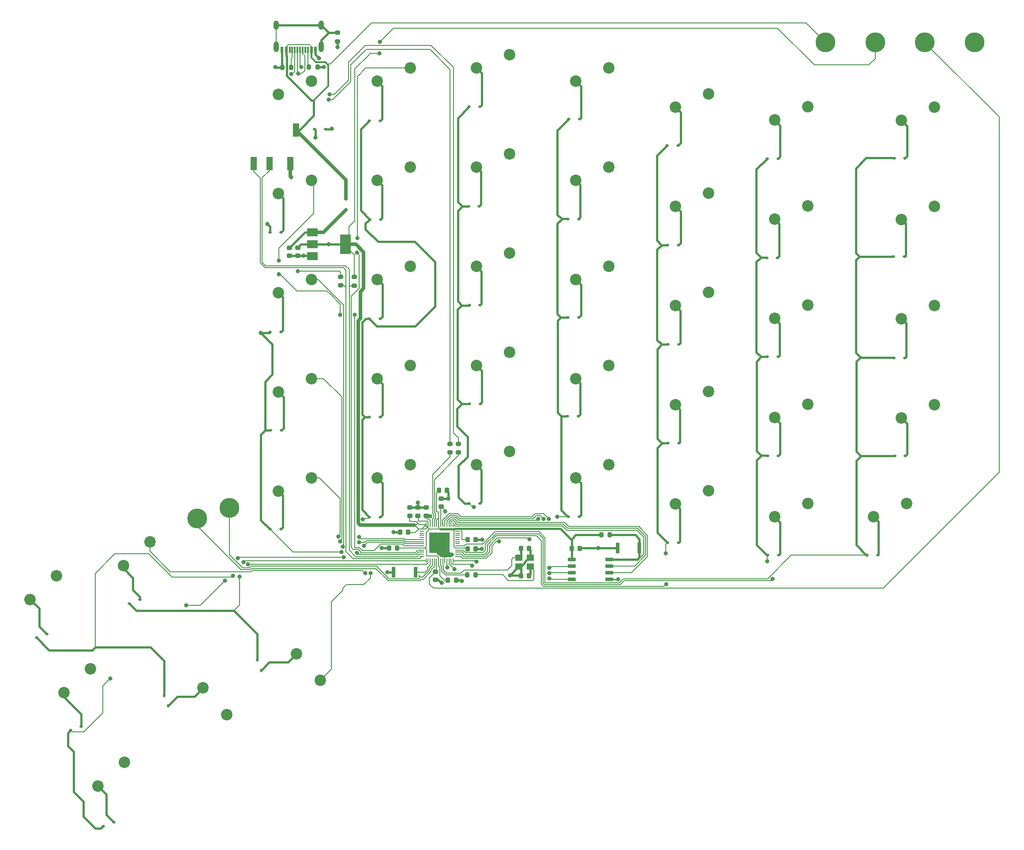
<source format=gbl>
G04 #@! TF.GenerationSoftware,KiCad,Pcbnew,7.0.5*
G04 #@! TF.CreationDate,2025-01-08T21:54:48-05:00*
G04 #@! TF.ProjectId,JasonSplitErgoKeyboard_Right,4a61736f-6e53-4706-9c69-744572676f4b,rev?*
G04 #@! TF.SameCoordinates,Original*
G04 #@! TF.FileFunction,Copper,L2,Bot*
G04 #@! TF.FilePolarity,Positive*
%FSLAX46Y46*%
G04 Gerber Fmt 4.6, Leading zero omitted, Abs format (unit mm)*
G04 Created by KiCad (PCBNEW 7.0.5) date 2025-01-08 21:54:48*
%MOMM*%
%LPD*%
G01*
G04 APERTURE LIST*
G04 Aperture macros list*
%AMRoundRect*
0 Rectangle with rounded corners*
0 $1 Rounding radius*
0 $2 $3 $4 $5 $6 $7 $8 $9 X,Y pos of 4 corners*
0 Add a 4 corners polygon primitive as box body*
4,1,4,$2,$3,$4,$5,$6,$7,$8,$9,$2,$3,0*
0 Add four circle primitives for the rounded corners*
1,1,$1+$1,$2,$3*
1,1,$1+$1,$4,$5*
1,1,$1+$1,$6,$7*
1,1,$1+$1,$8,$9*
0 Add four rect primitives between the rounded corners*
20,1,$1+$1,$2,$3,$4,$5,0*
20,1,$1+$1,$4,$5,$6,$7,0*
20,1,$1+$1,$6,$7,$8,$9,0*
20,1,$1+$1,$8,$9,$2,$3,0*%
G04 Aperture macros list end*
G04 #@! TA.AperFunction,ComponentPad*
%ADD10C,2.200000*%
G04 #@! TD*
G04 #@! TA.AperFunction,ComponentPad*
%ADD11C,3.800000*%
G04 #@! TD*
G04 #@! TA.AperFunction,SMDPad,CuDef*
%ADD12RoundRect,0.112500X-0.137715X-0.169844X0.214670X-0.041587X0.137715X0.169844X-0.214670X0.041587X0*%
G04 #@! TD*
G04 #@! TA.AperFunction,SMDPad,CuDef*
%ADD13RoundRect,0.112500X-0.187500X-0.112500X0.187500X-0.112500X0.187500X0.112500X-0.187500X0.112500X0*%
G04 #@! TD*
G04 #@! TA.AperFunction,SMDPad,CuDef*
%ADD14RoundRect,0.225000X-0.225000X-0.250000X0.225000X-0.250000X0.225000X0.250000X-0.225000X0.250000X0*%
G04 #@! TD*
G04 #@! TA.AperFunction,SMDPad,CuDef*
%ADD15RoundRect,0.050000X0.350000X0.050000X-0.350000X0.050000X-0.350000X-0.050000X0.350000X-0.050000X0*%
G04 #@! TD*
G04 #@! TA.AperFunction,SMDPad,CuDef*
%ADD16RoundRect,0.050000X0.050000X0.350000X-0.050000X0.350000X-0.050000X-0.350000X0.050000X-0.350000X0*%
G04 #@! TD*
G04 #@! TA.AperFunction,SMDPad,CuDef*
%ADD17R,4.000000X4.000000*%
G04 #@! TD*
G04 #@! TA.AperFunction,SMDPad,CuDef*
%ADD18RoundRect,0.200000X-0.200000X-0.275000X0.200000X-0.275000X0.200000X0.275000X-0.200000X0.275000X0*%
G04 #@! TD*
G04 #@! TA.AperFunction,SMDPad,CuDef*
%ADD19RoundRect,0.225000X0.225000X0.250000X-0.225000X0.250000X-0.225000X-0.250000X0.225000X-0.250000X0*%
G04 #@! TD*
G04 #@! TA.AperFunction,SMDPad,CuDef*
%ADD20RoundRect,0.225000X-0.250000X0.225000X-0.250000X-0.225000X0.250000X-0.225000X0.250000X0.225000X0*%
G04 #@! TD*
G04 #@! TA.AperFunction,SMDPad,CuDef*
%ADD21RoundRect,0.150000X0.650000X0.150000X-0.650000X0.150000X-0.650000X-0.150000X0.650000X-0.150000X0*%
G04 #@! TD*
G04 #@! TA.AperFunction,SMDPad,CuDef*
%ADD22RoundRect,0.200000X0.200000X0.275000X-0.200000X0.275000X-0.200000X-0.275000X0.200000X-0.275000X0*%
G04 #@! TD*
G04 #@! TA.AperFunction,SMDPad,CuDef*
%ADD23RoundRect,0.225000X0.250000X-0.225000X0.250000X0.225000X-0.250000X0.225000X-0.250000X-0.225000X0*%
G04 #@! TD*
G04 #@! TA.AperFunction,SMDPad,CuDef*
%ADD24RoundRect,0.112500X0.112500X-0.187500X0.112500X0.187500X-0.112500X0.187500X-0.112500X-0.187500X0*%
G04 #@! TD*
G04 #@! TA.AperFunction,SMDPad,CuDef*
%ADD25R,1.200000X2.500000*%
G04 #@! TD*
G04 #@! TA.AperFunction,SMDPad,CuDef*
%ADD26RoundRect,0.112500X-0.169844X0.137715X-0.041587X-0.214670X0.169844X-0.137715X0.041587X0.214670X0*%
G04 #@! TD*
G04 #@! TA.AperFunction,SMDPad,CuDef*
%ADD27RoundRect,0.200000X-0.275000X0.200000X-0.275000X-0.200000X0.275000X-0.200000X0.275000X0.200000X0*%
G04 #@! TD*
G04 #@! TA.AperFunction,SMDPad,CuDef*
%ADD28RoundRect,0.200000X0.275000X-0.200000X0.275000X0.200000X-0.275000X0.200000X-0.275000X-0.200000X0*%
G04 #@! TD*
G04 #@! TA.AperFunction,SMDPad,CuDef*
%ADD29R,1.400000X1.200000*%
G04 #@! TD*
G04 #@! TA.AperFunction,ConnectorPad*
%ADD30R,0.800000X2.000000*%
G04 #@! TD*
G04 #@! TA.AperFunction,SMDPad,CuDef*
%ADD31R,2.000000X1.500000*%
G04 #@! TD*
G04 #@! TA.AperFunction,SMDPad,CuDef*
%ADD32R,2.000000X3.800000*%
G04 #@! TD*
G04 #@! TA.AperFunction,SMDPad,CuDef*
%ADD33R,0.600000X1.240000*%
G04 #@! TD*
G04 #@! TA.AperFunction,SMDPad,CuDef*
%ADD34R,0.300000X1.240000*%
G04 #@! TD*
G04 #@! TA.AperFunction,ComponentPad*
%ADD35O,1.000000X1.800000*%
G04 #@! TD*
G04 #@! TA.AperFunction,ComponentPad*
%ADD36O,1.000000X2.100000*%
G04 #@! TD*
G04 #@! TA.AperFunction,ViaPad*
%ADD37C,0.800000*%
G04 #@! TD*
G04 #@! TA.AperFunction,Conductor*
%ADD38C,0.450000*%
G04 #@! TD*
G04 #@! TA.AperFunction,Conductor*
%ADD39C,0.650000*%
G04 #@! TD*
G04 #@! TA.AperFunction,Conductor*
%ADD40C,0.150000*%
G04 #@! TD*
G04 #@! TA.AperFunction,Conductor*
%ADD41C,0.600000*%
G04 #@! TD*
G04 #@! TA.AperFunction,Conductor*
%ADD42C,0.250000*%
G04 #@! TD*
G04 #@! TA.AperFunction,Conductor*
%ADD43C,0.400000*%
G04 #@! TD*
G04 #@! TA.AperFunction,Conductor*
%ADD44C,0.300000*%
G04 #@! TD*
G04 APERTURE END LIST*
D10*
X205260000Y-66950000D03*
X198910000Y-69490000D03*
X186220000Y-121600000D03*
X179870000Y-124140000D03*
D11*
X265895000Y-62020000D03*
D10*
X205260000Y-124100000D03*
X198910000Y-126640000D03*
X224370000Y-129110000D03*
X218020000Y-131650000D03*
X262450000Y-150640000D03*
X256100000Y-153180000D03*
X224370000Y-148160000D03*
X218020000Y-150700000D03*
X205260000Y-143150000D03*
X198910000Y-145690000D03*
X267730000Y-93500000D03*
X261380000Y-96040000D03*
X131914907Y-191125718D03*
X127356260Y-186027401D03*
D11*
X275420000Y-62020000D03*
D10*
X117190000Y-157970000D03*
X112091683Y-162528647D03*
X267730000Y-74450000D03*
X261380000Y-76990000D03*
D11*
X256370000Y-62020000D03*
X246845000Y-62020000D03*
D10*
X148160000Y-107560000D03*
X141810000Y-110100000D03*
X267730000Y-112550000D03*
X261380000Y-115090000D03*
X186220000Y-64450000D03*
X179870000Y-66990000D03*
X112275718Y-200315093D03*
X107177401Y-204873740D03*
X224370000Y-110060000D03*
X218020000Y-112600000D03*
X149852370Y-184579357D03*
X145293723Y-179481040D03*
X167200000Y-124110000D03*
X160850000Y-126650000D03*
X148160000Y-88510000D03*
X141810000Y-91050000D03*
X148160000Y-69460000D03*
X141810000Y-72000000D03*
X167200000Y-105060000D03*
X160850000Y-107600000D03*
X99300000Y-164490000D03*
X94201683Y-169048647D03*
X186220000Y-140650000D03*
X179870000Y-143190000D03*
X224370000Y-91010000D03*
X218020000Y-93550000D03*
X167200000Y-86010000D03*
X160850000Y-88550000D03*
X243410000Y-131590000D03*
X237060000Y-134130000D03*
X205260000Y-105050000D03*
X198910000Y-107590000D03*
X243410000Y-74440000D03*
X237060000Y-76980000D03*
X205260000Y-86000000D03*
X198910000Y-88540000D03*
X243410000Y-112540000D03*
X237060000Y-115080000D03*
X148160000Y-126610000D03*
X141810000Y-129150000D03*
X243410000Y-150640000D03*
X237060000Y-153180000D03*
X105770000Y-182390000D03*
X100671683Y-186948647D03*
X186220000Y-102550000D03*
X179870000Y-105090000D03*
X186220000Y-83500000D03*
X179870000Y-86040000D03*
X224360000Y-71960000D03*
X218010000Y-74500000D03*
X167200000Y-66960000D03*
X160850000Y-69500000D03*
X243410000Y-93490000D03*
X237060000Y-96030000D03*
X267730000Y-131600000D03*
X261380000Y-134140000D03*
X148160000Y-145660000D03*
X141810000Y-148200000D03*
X167200000Y-143160000D03*
X160850000Y-145700000D03*
D12*
X108256646Y-212538242D03*
X110230000Y-211820000D03*
D11*
X132420000Y-151410000D03*
D13*
X140230000Y-155550000D03*
X142330000Y-155550000D03*
X235540000Y-103410000D03*
X237640000Y-103410000D03*
X254790000Y-160520000D03*
X256890000Y-160520000D03*
X140340000Y-136560000D03*
X142440000Y-136560000D03*
D14*
X174375000Y-165350000D03*
X175925000Y-165350000D03*
D13*
X178480000Y-112500000D03*
X180580000Y-112500000D03*
D14*
X178145000Y-159290000D03*
X179695000Y-159290000D03*
D13*
X197430000Y-114850000D03*
X199530000Y-114850000D03*
X148820000Y-78690000D03*
X150920000Y-78690000D03*
D15*
X176240000Y-155540000D03*
X176240000Y-155940000D03*
X176240000Y-156340000D03*
X176240000Y-156740000D03*
X176240000Y-157140000D03*
X176240000Y-157540000D03*
X176240000Y-157940000D03*
X176240000Y-158340000D03*
X176240000Y-158740000D03*
X176240000Y-159140000D03*
X176240000Y-159540000D03*
X176240000Y-159940000D03*
X176240000Y-160340000D03*
X176240000Y-160740000D03*
D16*
X175390000Y-161590000D03*
X174990000Y-161590000D03*
X174590000Y-161590000D03*
X174190000Y-161590000D03*
X173790000Y-161590000D03*
X173390000Y-161590000D03*
X172990000Y-161590000D03*
X172590000Y-161590000D03*
X172190000Y-161590000D03*
X171790000Y-161590000D03*
X171390000Y-161590000D03*
X170990000Y-161590000D03*
X170590000Y-161590000D03*
X170190000Y-161590000D03*
D15*
X169340000Y-160740000D03*
X169340000Y-160340000D03*
X169340000Y-159940000D03*
X169340000Y-159540000D03*
X169340000Y-159140000D03*
X169340000Y-158740000D03*
X169340000Y-158340000D03*
X169340000Y-157940000D03*
X169340000Y-157540000D03*
X169340000Y-157140000D03*
X169340000Y-156740000D03*
X169340000Y-156340000D03*
X169340000Y-155940000D03*
X169340000Y-155540000D03*
D16*
X170190000Y-154690000D03*
X170590000Y-154690000D03*
X170990000Y-154690000D03*
X171390000Y-154690000D03*
X171790000Y-154690000D03*
X172190000Y-154690000D03*
X172590000Y-154690000D03*
X172990000Y-154690000D03*
X173390000Y-154690000D03*
X173790000Y-154690000D03*
X174190000Y-154690000D03*
X174590000Y-154690000D03*
X174990000Y-154690000D03*
X175390000Y-154690000D03*
D17*
X172790000Y-158140000D03*
D13*
X216462500Y-81840000D03*
X218562500Y-81840000D03*
D11*
X126310000Y-153450000D03*
D13*
X197422500Y-95960000D03*
X199522500Y-95960000D03*
X159292500Y-134040000D03*
X161392500Y-134040000D03*
D18*
X203815000Y-156640000D03*
X205465000Y-156640000D03*
D13*
X178460000Y-74430000D03*
X180560000Y-74430000D03*
X159360000Y-96040000D03*
X161460000Y-96040000D03*
X159290000Y-115130000D03*
X161390000Y-115130000D03*
X140262500Y-98520000D03*
X142362500Y-98520000D03*
D19*
X166725000Y-156100000D03*
X165175000Y-156100000D03*
D20*
X143960000Y-101455000D03*
X143960000Y-103005000D03*
D13*
X140260000Y-117680000D03*
X142360000Y-117680000D03*
D21*
X205340000Y-161345000D03*
X205340000Y-162615000D03*
X205340000Y-163885000D03*
X205340000Y-165155000D03*
X198140000Y-165155000D03*
X198140000Y-163885000D03*
X198140000Y-162615000D03*
X198140000Y-161345000D03*
D13*
X235660000Y-122410000D03*
X237760000Y-122410000D03*
X216520000Y-100980000D03*
X218620000Y-100980000D03*
D22*
X144275000Y-66835500D03*
X142625000Y-66835500D03*
D13*
X259900000Y-103200000D03*
X262000000Y-103200000D03*
X235640000Y-84360000D03*
X237740000Y-84360000D03*
D23*
X168622500Y-152950000D03*
X168622500Y-151400000D03*
D24*
X154800000Y-94217500D03*
X154800000Y-92117500D03*
D13*
X235700000Y-141490000D03*
X237800000Y-141490000D03*
D25*
X140125000Y-85350000D03*
X137125000Y-85350000D03*
X145225000Y-78850000D03*
X144125000Y-85350000D03*
D23*
X170242500Y-152945000D03*
X170242500Y-151395000D03*
D13*
X216540000Y-158140000D03*
X218640000Y-158140000D03*
D20*
X172000000Y-163705000D03*
X172000000Y-165255000D03*
D26*
X137811758Y-180686646D03*
X138530000Y-182660000D03*
D19*
X189930000Y-159265000D03*
X188380000Y-159265000D03*
D14*
X198145000Y-159210000D03*
X199695000Y-159210000D03*
D26*
X119950879Y-187495823D03*
X120669121Y-189469177D03*
D13*
X216620000Y-139030000D03*
X218720000Y-139030000D03*
X178412500Y-150570000D03*
X180512500Y-150570000D03*
X197300000Y-133880000D03*
X199400000Y-133880000D03*
D27*
X153190000Y-60200500D03*
X153190000Y-61850500D03*
D13*
X197590000Y-76770000D03*
X199690000Y-76770000D03*
D28*
X174810000Y-140815000D03*
X174810000Y-139165000D03*
D13*
X178510000Y-131450000D03*
X180610000Y-131450000D03*
D27*
X153790000Y-107055000D03*
X153790000Y-108705000D03*
D12*
X113253323Y-169819121D03*
X115226677Y-169100879D03*
D29*
X188015000Y-161025000D03*
X190215000Y-161025000D03*
X190215000Y-162725000D03*
X188015000Y-162725000D03*
D30*
X206920000Y-159190000D03*
X211120000Y-159190000D03*
D22*
X179695000Y-164300000D03*
X178045000Y-164300000D03*
D13*
X235720000Y-160550000D03*
X237820000Y-160550000D03*
D27*
X156410000Y-107095000D03*
X156410000Y-108745000D03*
D20*
X145560000Y-101465000D03*
X145560000Y-103015000D03*
D23*
X173100000Y-151230000D03*
X173100000Y-149680000D03*
X167052500Y-152945000D03*
X167052500Y-151395000D03*
D13*
X197460000Y-153120000D03*
X199560000Y-153120000D03*
X259940000Y-122650000D03*
X262040000Y-122650000D03*
D18*
X147715000Y-66815500D03*
X149365000Y-66815500D03*
D30*
X163980000Y-163820000D03*
X168180000Y-163820000D03*
D12*
X102003323Y-194139121D03*
X103976677Y-193420879D03*
D13*
X159330000Y-153190000D03*
X161430000Y-153190000D03*
D19*
X189950000Y-164455000D03*
X188400000Y-164455000D03*
D13*
X216590000Y-120080000D03*
X218690000Y-120080000D03*
D14*
X172635000Y-148100000D03*
X174185000Y-148100000D03*
D13*
X178302500Y-93530000D03*
X180402500Y-93530000D03*
D19*
X164620000Y-159150000D03*
X163070000Y-159150000D03*
D13*
X260100000Y-141430000D03*
X262200000Y-141430000D03*
D31*
X148400000Y-103120000D03*
X148400000Y-100820000D03*
D32*
X154700000Y-100820000D03*
D31*
X148400000Y-98520000D03*
D13*
X260000000Y-84290000D03*
X262100000Y-84290000D03*
D12*
X95413323Y-176369121D03*
X97386677Y-175650879D03*
D14*
X178145000Y-157540000D03*
X179695000Y-157540000D03*
D33*
X142560000Y-63520000D03*
X143360000Y-63520000D03*
D34*
X144510000Y-63520000D03*
X145510000Y-63520000D03*
X146010000Y-63520000D03*
X147010000Y-63520000D03*
D33*
X148160000Y-63520000D03*
X148960000Y-63520000D03*
X148960000Y-63520000D03*
X148160000Y-63520000D03*
D34*
X147510000Y-63520000D03*
X146510000Y-63520000D03*
X145010000Y-63520000D03*
X144010000Y-63520000D03*
D33*
X143360000Y-63520000D03*
X142560000Y-63520000D03*
D35*
X141440000Y-58720000D03*
D36*
X141440000Y-62920000D03*
D35*
X150080000Y-58720000D03*
D36*
X150080000Y-62920000D03*
D13*
X159310000Y-77080000D03*
X161410000Y-77080000D03*
D28*
X176410000Y-140810000D03*
X176410000Y-139160000D03*
D37*
X203260000Y-159190000D03*
X161700000Y-159150000D03*
X174485000Y-149680000D03*
X149620000Y-65095500D03*
X162760000Y-163830000D03*
X150550000Y-66805500D03*
X146700000Y-103020000D03*
X175099129Y-160450871D03*
X163910000Y-156090000D03*
X173139944Y-165867039D03*
X168622500Y-150395000D03*
X207050000Y-165140000D03*
X180930000Y-157540000D03*
X141290000Y-66755500D03*
X153180000Y-62975500D03*
X186275000Y-164385000D03*
X177060627Y-165464500D03*
X144280000Y-87950000D03*
X180910000Y-159320000D03*
X161320000Y-61965500D03*
X161270000Y-64190000D03*
X145580000Y-105964500D03*
X151530000Y-100820000D03*
X171918095Y-163623095D03*
X170965500Y-153049649D03*
X173850000Y-152140000D03*
X148990000Y-80320000D03*
X179008873Y-162504500D03*
X153960000Y-159929512D03*
X138450000Y-117810000D03*
X139710000Y-96920000D03*
X152130000Y-78670000D03*
X158060000Y-153620000D03*
X179870000Y-161764500D03*
X179320000Y-151300000D03*
X184206944Y-157924500D03*
X190050000Y-157446987D03*
X195360000Y-153170000D03*
X216170000Y-160130000D03*
X216270000Y-166074500D03*
X235620000Y-161670000D03*
X236680000Y-165120000D03*
X151660000Y-72025500D03*
X145670000Y-68070000D03*
X151535259Y-73017188D03*
X144274500Y-68175500D03*
X146210500Y-66750000D03*
X156980000Y-99610000D03*
X156940000Y-102410000D03*
X153720000Y-114390000D03*
X141900000Y-103970000D03*
X141920000Y-106570000D03*
X156510000Y-114360000D03*
X154165500Y-158915962D03*
X158308100Y-158731306D03*
X153720500Y-157919838D03*
X157330000Y-158030000D03*
X157330000Y-157030497D03*
X153370500Y-156944383D03*
X193820000Y-165000000D03*
X191680000Y-153535500D03*
X192740000Y-153535500D03*
X193798739Y-164000723D03*
X193739503Y-153535500D03*
X193850726Y-163002574D03*
X136010000Y-162315500D03*
X134390000Y-164689000D03*
X135131188Y-161839376D03*
X133140000Y-164530000D03*
X156924694Y-160080806D03*
X124180000Y-170190000D03*
X131640000Y-165394500D03*
X154340000Y-160915500D03*
X134061944Y-161088056D03*
X109570000Y-184220000D03*
X158530000Y-164014500D03*
X175610000Y-163220000D03*
X159550000Y-164014500D03*
X174291487Y-162855375D03*
D38*
X148960000Y-64435500D02*
X148960000Y-63565500D01*
X175925000Y-165350000D02*
X176946127Y-165350000D01*
X145560000Y-103015000D02*
X146695000Y-103015000D01*
X153190000Y-62965500D02*
X153180000Y-62975500D01*
D39*
X144125000Y-87795000D02*
X144280000Y-87950000D01*
D38*
X153190000Y-61850500D02*
X153190000Y-62965500D01*
X173100000Y-149680000D02*
X174485000Y-149680000D01*
X168622500Y-151400000D02*
X167057500Y-151400000D01*
X203260000Y-159190000D02*
X206920000Y-159190000D01*
X179695000Y-159290000D02*
X180880000Y-159290000D01*
X172527905Y-165255000D02*
X172000000Y-165255000D01*
X170237500Y-151400000D02*
X170242500Y-151395000D01*
X165175000Y-156100000D02*
X163920000Y-156100000D01*
X180880000Y-159290000D02*
X180910000Y-159320000D01*
X168622500Y-151400000D02*
X170237500Y-151400000D01*
D40*
X173880000Y-160280000D02*
X172890000Y-160280000D01*
X175099129Y-160450871D02*
X174839129Y-160190871D01*
D38*
X163980000Y-163820000D02*
X162770000Y-163820000D01*
X174485000Y-148400000D02*
X174185000Y-148100000D01*
D41*
X175099129Y-160450871D02*
X174960013Y-160589987D01*
D40*
X174338258Y-159690000D02*
X172780000Y-159690000D01*
X172890000Y-160280000D02*
X172815000Y-160355000D01*
D38*
X163070000Y-159150000D02*
X161700000Y-159150000D01*
D42*
X205340000Y-165155000D02*
X207035000Y-165155000D01*
D40*
X173790000Y-159140000D02*
X172790000Y-158140000D01*
D39*
X144125000Y-85350000D02*
X144125000Y-87795000D01*
D40*
X175099129Y-160450871D02*
X173568258Y-158920000D01*
D38*
X190215000Y-161025000D02*
X190215000Y-159550000D01*
X146705000Y-103015000D02*
X148295000Y-103015000D01*
D40*
X173780000Y-160280000D02*
X173780000Y-161590000D01*
D38*
X188400000Y-164455000D02*
X188400000Y-163110000D01*
X168622500Y-150395000D02*
X168622500Y-151400000D01*
X189905000Y-161025000D02*
X189090000Y-161840000D01*
X189090000Y-162050000D02*
X188415000Y-162725000D01*
X186275000Y-164385000D02*
X188330000Y-164385000D01*
D40*
X173780000Y-159140000D02*
X173780000Y-160280000D01*
X173880000Y-160280000D02*
X173780000Y-160280000D01*
D38*
X173139944Y-165867039D02*
X172527905Y-165255000D01*
X149620000Y-65095500D02*
X148960000Y-64435500D01*
X179695000Y-157540000D02*
X180930000Y-157540000D01*
X189090000Y-161840000D02*
X189090000Y-162050000D01*
D41*
X174960013Y-160589987D02*
X173049987Y-160589987D01*
D38*
X142560000Y-63565500D02*
X142560000Y-66770500D01*
D40*
X173568258Y-158920000D02*
X172780000Y-158920000D01*
D41*
X172815000Y-160355000D02*
X171690000Y-159230000D01*
D38*
X187935000Y-162725000D02*
X186275000Y-164385000D01*
X162770000Y-163820000D02*
X162760000Y-163830000D01*
X145560000Y-103015000D02*
X143970000Y-103015000D01*
X142625000Y-66835500D02*
X141370000Y-66835500D01*
X167057500Y-151400000D02*
X167052500Y-151395000D01*
X199715000Y-159190000D02*
X203260000Y-159190000D01*
X174485000Y-149680000D02*
X174485000Y-148400000D01*
X149365000Y-66815500D02*
X150540000Y-66815500D01*
D40*
X154700000Y-100820000D02*
X154700000Y-101170000D01*
X169340000Y-159140000D02*
X164630000Y-159140000D01*
X169990000Y-159140000D02*
X169330000Y-159140000D01*
X172190000Y-153830000D02*
X172590000Y-153430000D01*
X172590000Y-153430000D02*
X172590000Y-152910000D01*
X172580000Y-154690000D02*
X172580000Y-155149619D01*
X172140000Y-152220000D02*
X172140000Y-148595000D01*
X172590000Y-161590000D02*
X172570000Y-161610000D01*
X172830000Y-164460000D02*
X173720000Y-165350000D01*
X173720000Y-165350000D02*
X174375000Y-165350000D01*
X164630000Y-159140000D02*
X164620000Y-159150000D01*
X170320000Y-159440000D02*
X170320000Y-160680000D01*
D38*
X175910000Y-155410000D02*
X195930000Y-155410000D01*
D40*
X153790000Y-106210000D02*
X153544500Y-105964500D01*
X155400000Y-100120000D02*
X155400000Y-97450000D01*
X168300000Y-154740000D02*
X167910000Y-154740000D01*
X170005000Y-159125000D02*
X170320000Y-159440000D01*
X175910000Y-155410000D02*
X176110000Y-155410000D01*
X169340000Y-155540000D02*
X170120000Y-155540000D01*
X168670000Y-153880000D02*
X168670000Y-153225000D01*
X172970381Y-155540000D02*
X170830000Y-155540000D01*
D38*
X198145000Y-157885000D02*
X198145000Y-159210000D01*
D40*
X178145000Y-157540000D02*
X177100000Y-157540000D01*
D39*
X156720000Y-100820000D02*
X154700000Y-100820000D01*
D40*
X167030000Y-153900000D02*
X167030000Y-153150000D01*
X170190000Y-154900000D02*
X170475000Y-155185000D01*
X168630000Y-154410000D02*
X168300000Y-154740000D01*
X172190000Y-154690000D02*
X172190000Y-153830000D01*
X175555000Y-158924619D02*
X175555000Y-155578604D01*
X237630000Y-59310000D02*
X244700000Y-66380000D01*
D38*
X198145000Y-157625000D02*
X198145000Y-157885000D01*
D40*
X163975500Y-59310000D02*
X237630000Y-59310000D01*
X172140000Y-148595000D02*
X172635000Y-148100000D01*
X172590000Y-152910000D02*
X172590000Y-152220000D01*
X256370000Y-65180000D02*
X256370000Y-62020000D01*
X170220000Y-156150000D02*
X170220000Y-158910000D01*
X170580000Y-154690000D02*
X170580000Y-155290000D01*
X177100000Y-155940381D02*
X176699619Y-155540000D01*
X176230000Y-159140000D02*
X175770381Y-159140000D01*
X172570000Y-162610000D02*
X172830000Y-162870000D01*
X168770000Y-155540000D02*
X167970000Y-154740000D01*
D38*
X195930000Y-155410000D02*
X198145000Y-157625000D01*
X198140000Y-161345000D02*
X198140000Y-159305000D01*
D40*
X172580000Y-155149619D02*
X172970381Y-155540000D01*
D39*
X157135000Y-115534340D02*
X157600000Y-115069340D01*
D40*
X153790000Y-107055000D02*
X153790000Y-106210000D01*
X161320000Y-61965500D02*
X163975500Y-59310000D01*
D43*
X172970381Y-155540000D02*
X175593604Y-155540000D01*
D40*
X167970000Y-154740000D02*
X167910000Y-154740000D01*
X156510000Y-96340000D02*
X156510000Y-67150000D01*
D38*
X203815000Y-156640000D02*
X198930000Y-156640000D01*
X151530000Y-100820000D02*
X154700000Y-100820000D01*
D40*
X168770000Y-155540000D02*
X168120000Y-156190000D01*
X172590000Y-154690000D02*
X172590000Y-152910000D01*
X168770000Y-153980000D02*
X168670000Y-153880000D01*
X172830000Y-162870000D02*
X172830000Y-164460000D01*
X170475000Y-155185000D02*
X170580000Y-155290000D01*
X255170000Y-66380000D02*
X256370000Y-65180000D01*
X176110000Y-155410000D02*
X175723604Y-155410000D01*
X170540000Y-153980000D02*
X168770000Y-153980000D01*
X170190000Y-154690000D02*
X170190000Y-154900000D01*
D39*
X158220000Y-102320000D02*
X156720000Y-100820000D01*
D40*
X155400000Y-97450000D02*
X156510000Y-96340000D01*
D39*
X157135000Y-154345000D02*
X157135000Y-115534340D01*
D40*
X168300000Y-154080000D02*
X167210000Y-154080000D01*
X172340000Y-160710000D02*
X172580000Y-160950000D01*
D39*
X157530000Y-154740000D02*
X157135000Y-154345000D01*
D40*
X170190000Y-154690000D02*
X168910000Y-154690000D01*
X156410000Y-102880000D02*
X156410000Y-107095000D01*
X168910000Y-154690000D02*
X168630000Y-154410000D01*
X176699619Y-155540000D02*
X176240000Y-155540000D01*
X172570000Y-161610000D02*
X172570000Y-162610000D01*
D43*
X175593604Y-155540000D02*
X175723604Y-155410000D01*
D40*
X172590000Y-152220000D02*
X172140000Y-152220000D01*
D38*
X198930000Y-156640000D02*
X198145000Y-157425000D01*
D40*
X159180000Y-64480000D02*
X159470000Y-64190000D01*
X175770381Y-159140000D02*
X175555000Y-158924619D01*
X177100000Y-157540000D02*
X177100000Y-155940381D01*
D38*
X198145000Y-157425000D02*
X198145000Y-157885000D01*
D40*
X153544500Y-105964500D02*
X145580000Y-105964500D01*
X156510000Y-67150000D02*
X159180000Y-64480000D01*
X169340000Y-155540000D02*
X168770000Y-155540000D01*
X154700000Y-101170000D02*
X156380000Y-102850000D01*
X170220000Y-158910000D02*
X170005000Y-159125000D01*
D39*
X157600000Y-109930000D02*
X158220000Y-109310000D01*
D38*
X148400000Y-100820000D02*
X146205000Y-100820000D01*
D40*
X170580000Y-155290000D02*
X170830000Y-155540000D01*
X167210000Y-154080000D02*
X167030000Y-153900000D01*
D38*
X148400000Y-100820000D02*
X151530000Y-100820000D01*
D40*
X244700000Y-66380000D02*
X255170000Y-66380000D01*
X170590000Y-154030000D02*
X170540000Y-153980000D01*
D39*
X158220000Y-109310000D02*
X158220000Y-102320000D01*
D40*
X170830000Y-155540000D02*
X170220000Y-156150000D01*
X169330000Y-155540000D02*
X170180000Y-154690000D01*
X168630000Y-154410000D02*
X168300000Y-154080000D01*
X159470000Y-64190000D02*
X161270000Y-64190000D01*
X154700000Y-100820000D02*
X155400000Y-100120000D01*
X177995000Y-159140000D02*
X176240000Y-159140000D01*
X170350000Y-160710000D02*
X172340000Y-160710000D01*
D39*
X167910000Y-154740000D02*
X157530000Y-154740000D01*
D40*
X170590000Y-154690000D02*
X170590000Y-154030000D01*
X178145000Y-159290000D02*
X177995000Y-159140000D01*
X172580000Y-160950000D02*
X172580000Y-161590000D01*
D38*
X146205000Y-100820000D02*
X145560000Y-101465000D01*
D40*
X176240000Y-155540000D02*
X176110000Y-155410000D01*
X170120000Y-155540000D02*
X170475000Y-155185000D01*
X168120000Y-156190000D02*
X166815000Y-156190000D01*
D39*
X157600000Y-115069340D02*
X157600000Y-109930000D01*
D38*
X190215000Y-162725000D02*
X190215000Y-164190000D01*
D40*
X190910000Y-165160000D02*
X190670000Y-165400000D01*
X179725000Y-164270000D02*
X179695000Y-164300000D01*
X184820000Y-164270000D02*
X179725000Y-164270000D01*
X190215000Y-162725000D02*
X190910000Y-163420000D01*
X185950000Y-165400000D02*
X184820000Y-164270000D01*
X190910000Y-163420000D02*
X190910000Y-165160000D01*
X190670000Y-165400000D02*
X185950000Y-165400000D01*
X173542487Y-162592537D02*
X173542487Y-163427513D01*
X186925000Y-161025000D02*
X187555000Y-161025000D01*
X173390000Y-161590000D02*
X173390000Y-162440050D01*
X186630000Y-161320000D02*
X186925000Y-161025000D01*
X173542487Y-163427513D02*
X174074974Y-163960000D01*
X176860000Y-163960000D02*
X177450000Y-163370000D01*
X185810000Y-163370000D02*
X186630000Y-162550000D01*
X177450000Y-163370000D02*
X185810000Y-163370000D01*
D38*
X188380000Y-160660000D02*
X188380000Y-159265000D01*
D40*
X174074974Y-163960000D02*
X176860000Y-163960000D01*
X173390000Y-162440050D02*
X173542487Y-162592537D01*
X186630000Y-162550000D02*
X186630000Y-161320000D01*
X170820000Y-164885000D02*
X172000000Y-163705000D01*
X170654974Y-153600000D02*
X170390000Y-153600000D01*
X280200000Y-76390000D02*
X280200000Y-144600000D01*
X170820000Y-166060000D02*
X170820000Y-164885000D01*
X170965500Y-153049649D02*
X170860851Y-152945000D01*
X170990000Y-153935026D02*
X170654974Y-153600000D01*
X170390000Y-153600000D02*
X170250000Y-153460000D01*
X170860851Y-152945000D02*
X170242500Y-152945000D01*
X172000000Y-163375000D02*
X172190000Y-163375000D01*
X280200000Y-144600000D02*
X257935000Y-166865000D01*
X172190000Y-163375000D02*
X172190000Y-161590000D01*
X170990000Y-154690000D02*
X170990000Y-153935026D01*
X265895000Y-62085000D02*
X280200000Y-76390000D01*
X170250000Y-153460000D02*
X170250000Y-153180000D01*
X172990000Y-154690000D02*
X172990000Y-151335000D01*
X265895000Y-62020000D02*
X265895000Y-62085000D01*
X173850000Y-152140000D02*
X173850000Y-151980000D01*
X257935000Y-166865000D02*
X171625000Y-166865000D01*
X173850000Y-151980000D02*
X173100000Y-151230000D01*
X171625000Y-166865000D02*
X170820000Y-166060000D01*
D44*
X150880000Y-65860000D02*
X151200000Y-66180000D01*
D38*
X143449500Y-68517227D02*
X143449500Y-64725000D01*
D44*
X149004500Y-65860000D02*
X150880000Y-65860000D01*
D40*
X143360000Y-62905500D02*
X143360000Y-63565500D01*
D38*
X143360000Y-64635500D02*
X143360000Y-63565500D01*
D40*
X246845000Y-62020000D02*
X243145000Y-58320000D01*
D38*
X148650000Y-76110000D02*
X145890000Y-78870000D01*
D40*
X159700000Y-58320000D02*
X151840000Y-66180000D01*
X151840000Y-66180000D02*
X151200000Y-66180000D01*
D39*
X154800000Y-88425000D02*
X145225000Y-78850000D01*
D38*
X145890000Y-78850000D02*
X145225000Y-78850000D01*
D40*
X148160000Y-62815500D02*
X147800000Y-62455500D01*
D44*
X148160000Y-65015500D02*
X149004500Y-65860000D01*
D38*
X143449500Y-68517227D02*
X148172273Y-73240000D01*
X148172273Y-73240000D02*
X148650000Y-73240000D01*
X148650000Y-73260000D02*
X148650000Y-76110000D01*
D40*
X243145000Y-58320000D02*
X159700000Y-58320000D01*
D44*
X151440000Y-70450000D02*
X148650000Y-73240000D01*
D40*
X147800000Y-62455500D02*
X143810000Y-62455500D01*
D39*
X154800000Y-92117500D02*
X154800000Y-88425000D01*
D44*
X148160000Y-63565500D02*
X148160000Y-65015500D01*
X151200000Y-66180000D02*
X151440000Y-66420000D01*
D40*
X148160000Y-63565500D02*
X148160000Y-62815500D01*
D44*
X151440000Y-66420000D02*
X151440000Y-70450000D01*
D40*
X143810000Y-62455500D02*
X143360000Y-62905500D01*
D38*
X140700000Y-120060000D02*
X140700000Y-125800000D01*
X138450000Y-117810000D02*
X140130000Y-117810000D01*
X139330000Y-136560000D02*
X140340000Y-136560000D01*
D40*
X179008873Y-162504500D02*
X178824373Y-162320000D01*
X175260381Y-162320000D02*
X174990000Y-162049619D01*
X144609512Y-159929512D02*
X140230000Y-155550000D01*
D38*
X140262500Y-98520000D02*
X140262500Y-97472500D01*
X148990000Y-80320000D02*
X148990000Y-78860000D01*
D40*
X178824373Y-162320000D02*
X175260381Y-162320000D01*
D38*
X140230000Y-155550000D02*
X138470000Y-153790000D01*
D40*
X174990000Y-162049619D02*
X174990000Y-161590000D01*
D38*
X138470000Y-137420000D02*
X139330000Y-136560000D01*
X138470000Y-153790000D02*
X138470000Y-137420000D01*
X138450000Y-117810000D02*
X140700000Y-120060000D01*
X140700000Y-125800000D02*
X139265000Y-127235000D01*
D40*
X153960000Y-159929512D02*
X144609512Y-159929512D01*
D38*
X148990000Y-78860000D02*
X148820000Y-78690000D01*
X140130000Y-117810000D02*
X140260000Y-117680000D01*
X139265000Y-127235000D02*
X139265000Y-136495000D01*
X139265000Y-136495000D02*
X139330000Y-136560000D01*
X140262500Y-97472500D02*
X139710000Y-96920000D01*
X95940000Y-174204202D02*
X95940000Y-170786964D01*
X95940000Y-170786964D02*
X94201683Y-169048647D01*
X97386677Y-175650879D02*
X95940000Y-174204202D01*
X103976677Y-191046677D02*
X100671683Y-187741683D01*
X103976677Y-193420879D02*
X103976677Y-191046677D01*
X100671683Y-187741683D02*
X100671683Y-186948647D01*
X108820000Y-210410000D02*
X108820000Y-206516339D01*
X108820000Y-206516339D02*
X107177401Y-204873740D01*
X110230000Y-211820000D02*
X108820000Y-210410000D01*
X125733661Y-187650000D02*
X127356260Y-186027401D01*
X122488298Y-187650000D02*
X125733661Y-187650000D01*
X120669121Y-189469177D02*
X122488298Y-187650000D01*
X140090000Y-181100000D02*
X143674763Y-181100000D01*
X143674763Y-181100000D02*
X145293723Y-179481040D01*
X138530000Y-182660000D02*
X140090000Y-181100000D01*
X152110000Y-78690000D02*
X152130000Y-78670000D01*
X150920000Y-78690000D02*
X152110000Y-78690000D01*
X159292500Y-134040000D02*
X158460000Y-134040000D01*
D40*
X179870000Y-161764500D02*
X179695500Y-161590000D01*
D38*
X159330000Y-153190000D02*
X157950000Y-151810000D01*
X158600000Y-115130000D02*
X159290000Y-115130000D01*
X157950000Y-115780000D02*
X158600000Y-115130000D01*
X158460000Y-134040000D02*
X157950000Y-133530000D01*
X171880000Y-104220000D02*
X167990000Y-100330000D01*
X167990000Y-100330000D02*
X160940000Y-100330000D01*
X157640000Y-78750000D02*
X159310000Y-77080000D01*
D40*
X179695500Y-161590000D02*
X175390000Y-161590000D01*
D38*
X159360000Y-96040000D02*
X157640000Y-94320000D01*
D40*
X158190000Y-153490000D02*
X159030000Y-153490000D01*
D38*
X157950000Y-151810000D02*
X157950000Y-134550000D01*
D40*
X159030000Y-153490000D02*
X159330000Y-153190000D01*
D38*
X157950000Y-133530000D02*
X157950000Y-115780000D01*
X158540000Y-97930000D02*
X158540000Y-96860000D01*
X157640000Y-94320000D02*
X157640000Y-78750000D01*
X157950000Y-134550000D02*
X158460000Y-134040000D01*
X160730000Y-116570000D02*
X168090000Y-116570000D01*
X158540000Y-96860000D02*
X159360000Y-96040000D01*
X159290000Y-115130000D02*
X160730000Y-116570000D01*
X171880000Y-112780000D02*
X171880000Y-104220000D01*
X168090000Y-116570000D02*
X171880000Y-112780000D01*
X160940000Y-100330000D02*
X158540000Y-97930000D01*
D40*
X158060000Y-153620000D02*
X158190000Y-153490000D01*
D38*
X142810000Y-92050000D02*
X141810000Y-91050000D01*
X142810000Y-98072500D02*
X142810000Y-92050000D01*
X142362500Y-98520000D02*
X142810000Y-98072500D01*
X142360000Y-117680000D02*
X142710000Y-117330000D01*
X142710000Y-117330000D02*
X142710000Y-111000000D01*
X142710000Y-111000000D02*
X141810000Y-110100000D01*
X142850000Y-130190000D02*
X141810000Y-129150000D01*
X142850000Y-136150000D02*
X142850000Y-130190000D01*
X142440000Y-136560000D02*
X142850000Y-136150000D01*
X142330000Y-155550000D02*
X142730000Y-155150000D01*
X142730000Y-149120000D02*
X141810000Y-148200000D01*
X142730000Y-155150000D02*
X142730000Y-149120000D01*
X161740000Y-76750000D02*
X161740000Y-70390000D01*
X161740000Y-70390000D02*
X160850000Y-69500000D01*
X161410000Y-77080000D02*
X161740000Y-76750000D01*
D40*
X178430000Y-112550000D02*
X178480000Y-112500000D01*
X181660000Y-161090000D02*
X181700000Y-161130000D01*
D38*
X178170000Y-141600000D02*
X178170000Y-137790000D01*
D40*
X177170000Y-161090000D02*
X181660000Y-161090000D01*
X179320000Y-151300000D02*
X179142500Y-151300000D01*
D38*
X176250000Y-130590000D02*
X176250000Y-113320000D01*
X178170000Y-137790000D02*
X176170000Y-135790000D01*
X176290000Y-111780000D02*
X176290000Y-94400000D01*
D40*
X176240000Y-160740000D02*
X176820000Y-160740000D01*
D38*
X177110000Y-131450000D02*
X178510000Y-131450000D01*
D40*
X181700000Y-161130000D02*
X181710000Y-161130000D01*
X179142500Y-151300000D02*
X178412500Y-150570000D01*
X182790000Y-158814974D02*
X183680474Y-157924500D01*
D38*
X177160000Y-93530000D02*
X176310000Y-92680000D01*
X176170000Y-132390000D02*
X177110000Y-131450000D01*
X177020000Y-112550000D02*
X178430000Y-112550000D01*
D40*
X176820000Y-160740000D02*
X177170000Y-161090000D01*
D38*
X176290000Y-94400000D02*
X177160000Y-93530000D01*
X178412500Y-150570000D02*
X177560000Y-150570000D01*
X176310000Y-92680000D02*
X176310000Y-76580000D01*
X177080000Y-112570000D02*
X176290000Y-111780000D01*
X177160000Y-93530000D02*
X178302500Y-93530000D01*
X176250000Y-113320000D02*
X177020000Y-112550000D01*
X176170000Y-135790000D02*
X176170000Y-132390000D01*
X176420000Y-143350000D02*
X178170000Y-141600000D01*
X176420000Y-149430000D02*
X176420000Y-143350000D01*
X177560000Y-150570000D02*
X176420000Y-149430000D01*
D40*
X182790000Y-160050000D02*
X182790000Y-158814974D01*
X183680474Y-157924500D02*
X184206944Y-157924500D01*
X181710000Y-161130000D02*
X182790000Y-160050000D01*
D38*
X177110000Y-131450000D02*
X176250000Y-130590000D01*
X176310000Y-76580000D02*
X178460000Y-74430000D01*
X161770000Y-95730000D02*
X161770000Y-89470000D01*
X161770000Y-89470000D02*
X160850000Y-88550000D01*
X161460000Y-96040000D02*
X161770000Y-95730000D01*
X161810000Y-108560000D02*
X160850000Y-107600000D01*
X161810000Y-114710000D02*
X161810000Y-108560000D01*
X161390000Y-115130000D02*
X161810000Y-114710000D01*
X161820000Y-127620000D02*
X160850000Y-126650000D01*
X161820000Y-133612500D02*
X161820000Y-127620000D01*
X161392500Y-134040000D02*
X161820000Y-133612500D01*
X161820000Y-152800000D02*
X161820000Y-146670000D01*
X161820000Y-146670000D02*
X160850000Y-145700000D01*
X161430000Y-153190000D02*
X161820000Y-152800000D01*
X180890000Y-74100000D02*
X180890000Y-68010000D01*
X180560000Y-74430000D02*
X180890000Y-74100000D01*
X180890000Y-68010000D02*
X179870000Y-66990000D01*
X197300000Y-133880000D02*
X196130000Y-133880000D01*
X196100000Y-133910000D02*
X196130000Y-133880000D01*
X196070000Y-114850000D02*
X197430000Y-114850000D01*
D40*
X176240000Y-160340000D02*
X177022944Y-160340000D01*
X183860000Y-157250000D02*
X183960000Y-157250000D01*
X195360000Y-153170000D02*
X195410000Y-153120000D01*
D38*
X196070000Y-114850000D02*
X195380000Y-114160000D01*
X195440000Y-115480000D02*
X196070000Y-114850000D01*
X195440000Y-133190000D02*
X195440000Y-115480000D01*
X197410000Y-153170000D02*
X196100000Y-151860000D01*
D40*
X182370000Y-159884975D02*
X182370000Y-158740000D01*
X197390000Y-96010000D02*
X197320000Y-95940000D01*
D38*
X196100000Y-151860000D02*
X196100000Y-133910000D01*
X195380000Y-96880000D02*
X196250000Y-96010000D01*
X195360000Y-95130000D02*
X195360000Y-79000000D01*
X196170000Y-95940000D02*
X195360000Y-95130000D01*
X197320000Y-95940000D02*
X196170000Y-95940000D01*
X196130000Y-133880000D02*
X195440000Y-133190000D01*
D40*
X182370000Y-158740000D02*
X183860000Y-157250000D01*
D38*
X195380000Y-114160000D02*
X195380000Y-96880000D01*
X197590000Y-76770000D02*
X195360000Y-79000000D01*
D40*
X195410000Y-153120000D02*
X197460000Y-153120000D01*
X177422943Y-160740000D02*
X181514975Y-160740000D01*
X183960000Y-157250000D02*
X189853013Y-157250000D01*
X181514975Y-160740000D02*
X182370000Y-159884975D01*
X189853013Y-157250000D02*
X190050000Y-157446987D01*
X177022944Y-160340000D02*
X177422943Y-160740000D01*
D38*
X180700000Y-93232500D02*
X180700000Y-86870000D01*
X180700000Y-86870000D02*
X179870000Y-86040000D01*
X180402500Y-93530000D02*
X180700000Y-93232500D01*
X180580000Y-112500000D02*
X180820000Y-112260000D01*
X180820000Y-112260000D02*
X180820000Y-106040000D01*
X180820000Y-106040000D02*
X179870000Y-105090000D01*
X180610000Y-131450000D02*
X180890000Y-131170000D01*
X180890000Y-131170000D02*
X180890000Y-125160000D01*
X180890000Y-125160000D02*
X179870000Y-124140000D01*
X180830000Y-144150000D02*
X179870000Y-143190000D01*
X180512500Y-150570000D02*
X180830000Y-150252500D01*
X180830000Y-150252500D02*
X180830000Y-144150000D01*
X199690000Y-76770000D02*
X199970000Y-76490000D01*
X199970000Y-76490000D02*
X199970000Y-70550000D01*
X199970000Y-70550000D02*
X198910000Y-69490000D01*
X214570000Y-156170000D02*
X214570000Y-139940000D01*
D40*
X177117919Y-159940000D02*
X176240000Y-159940000D01*
X183712487Y-156772487D02*
X181952487Y-158532487D01*
D38*
X214490000Y-83812500D02*
X216462500Y-81840000D01*
X215440000Y-120080000D02*
X216590000Y-120080000D01*
X214570000Y-138160000D02*
X214570000Y-120950000D01*
X216540000Y-158140000D02*
X214570000Y-156170000D01*
X216520000Y-100980000D02*
X215370000Y-100980000D01*
D40*
X216170000Y-160130000D02*
X216170000Y-158510000D01*
D38*
X215440000Y-139030000D02*
X214570000Y-138160000D01*
X214510000Y-119200000D02*
X214510000Y-101850000D01*
D40*
X216170000Y-158510000D02*
X216540000Y-158140000D01*
D38*
X214570000Y-139940000D02*
X215480000Y-139030000D01*
X214570000Y-120950000D02*
X215440000Y-120080000D01*
X215390000Y-120080000D02*
X214510000Y-119200000D01*
D40*
X215829500Y-166515000D02*
X192735052Y-166515000D01*
D38*
X215480000Y-139030000D02*
X216620000Y-139030000D01*
X214510000Y-101850000D02*
X215380000Y-100980000D01*
D40*
X192320000Y-166099948D02*
X192320000Y-157742487D01*
D38*
X215370000Y-100980000D02*
X214490000Y-100100000D01*
D40*
X192320000Y-157742487D02*
X191350000Y-156772487D01*
X181952487Y-159807513D02*
X181370000Y-160390000D01*
D38*
X214490000Y-100100000D02*
X214490000Y-83812500D01*
D40*
X181952487Y-158532487D02*
X181952487Y-159807513D01*
X192735052Y-166515000D02*
X192320000Y-166099948D01*
X177567918Y-160390000D02*
X177117919Y-159940000D01*
X181370000Y-160390000D02*
X177567918Y-160390000D01*
X216270000Y-166074500D02*
X215829500Y-166515000D01*
X191350000Y-156772487D02*
X183712487Y-156772487D01*
D38*
X199800000Y-95682500D02*
X199800000Y-89430000D01*
X199522500Y-95960000D02*
X199800000Y-95682500D01*
X199800000Y-89430000D02*
X198910000Y-88540000D01*
X199530000Y-114850000D02*
X199970000Y-114410000D01*
X199970000Y-108650000D02*
X198910000Y-107590000D01*
X199970000Y-114410000D02*
X199970000Y-108650000D01*
X199740000Y-133540000D02*
X199740000Y-127470000D01*
X199740000Y-127470000D02*
X198910000Y-126640000D01*
X199400000Y-133880000D02*
X199740000Y-133540000D01*
X199560000Y-153120000D02*
X199910000Y-152770000D01*
X199910000Y-146690000D02*
X198910000Y-145690000D01*
X199910000Y-152770000D02*
X199910000Y-146690000D01*
X219030000Y-81372500D02*
X219030000Y-75520000D01*
X219030000Y-75520000D02*
X218010000Y-74500000D01*
X218562500Y-81840000D02*
X219030000Y-81372500D01*
D40*
X235620000Y-161670000D02*
X235620000Y-160650000D01*
D38*
X234460000Y-122450000D02*
X233580000Y-121570000D01*
D40*
X235620000Y-160650000D02*
X235720000Y-160550000D01*
D38*
X233580000Y-121570000D02*
X233580000Y-104220000D01*
D40*
X236400000Y-165400000D02*
X208239569Y-165400000D01*
X208239569Y-165400000D02*
X207474569Y-166165000D01*
X207474569Y-166165000D02*
X192880026Y-166165000D01*
D38*
X233640000Y-123320000D02*
X234510000Y-122450000D01*
X233640000Y-140530000D02*
X233640000Y-123320000D01*
X233580000Y-104220000D02*
X234450000Y-103350000D01*
X233560000Y-86440000D02*
X235640000Y-84360000D01*
X233640000Y-158540000D02*
X233640000Y-142310000D01*
X235590000Y-103350000D02*
X234440000Y-103350000D01*
X235690000Y-141400000D02*
X234510000Y-141400000D01*
D40*
X191762487Y-156422487D02*
X183567513Y-156422487D01*
X181585000Y-159599595D02*
X181144595Y-160040000D01*
X192670000Y-165954974D02*
X192670000Y-157330000D01*
X192880026Y-166165000D02*
X192670000Y-165954974D01*
X192670000Y-157330000D02*
X191762487Y-156422487D01*
D38*
X235610000Y-160510000D02*
X233640000Y-158540000D01*
D40*
X183567513Y-156422487D02*
X181585000Y-158405000D01*
X181585000Y-158405000D02*
X181585000Y-159599595D01*
D38*
X234510000Y-141400000D02*
X233640000Y-140530000D01*
D40*
X177712893Y-160040000D02*
X177212893Y-159540000D01*
D38*
X233560000Y-102470000D02*
X233560000Y-86440000D01*
D40*
X177212893Y-159540000D02*
X176240000Y-159540000D01*
D38*
X235660000Y-122450000D02*
X234460000Y-122450000D01*
D40*
X181144595Y-160040000D02*
X177712893Y-160040000D01*
D38*
X234440000Y-103350000D02*
X233560000Y-102470000D01*
X233640000Y-142310000D02*
X234550000Y-141400000D01*
D40*
X236680000Y-165120000D02*
X236400000Y-165400000D01*
D38*
X219040000Y-100560000D02*
X219040000Y-94570000D01*
X219040000Y-94570000D02*
X218020000Y-93550000D01*
X218620000Y-100980000D02*
X219040000Y-100560000D01*
X218690000Y-120080000D02*
X219000000Y-119770000D01*
X219000000Y-119770000D02*
X219000000Y-113580000D01*
X219000000Y-113580000D02*
X218020000Y-112600000D01*
X218930000Y-138820000D02*
X218930000Y-132560000D01*
X218930000Y-132560000D02*
X218020000Y-131650000D01*
X218720000Y-139030000D02*
X218930000Y-138820000D01*
X218920000Y-151600000D02*
X218020000Y-150700000D01*
X218640000Y-158140000D02*
X218920000Y-157860000D01*
X218920000Y-157860000D02*
X218920000Y-151600000D01*
X238150000Y-78070000D02*
X237060000Y-76980000D01*
X238150000Y-83950000D02*
X238150000Y-78070000D01*
X237740000Y-84360000D02*
X238150000Y-83950000D01*
X253360000Y-103200000D02*
X252685000Y-102525000D01*
D40*
X259975000Y-84265000D02*
X260000000Y-84290000D01*
X191844974Y-156010000D02*
X193020000Y-157185026D01*
D38*
X253635000Y-122505000D02*
X252765000Y-123375000D01*
D40*
X176240000Y-158740000D02*
X177512893Y-158740000D01*
X208094595Y-165050000D02*
X235710000Y-165050000D01*
D38*
X252685000Y-86237500D02*
X254657500Y-84265000D01*
X252705000Y-103855000D02*
X252705000Y-121625000D01*
X252765000Y-140585000D02*
X253635000Y-141455000D01*
X252765000Y-123375000D02*
X252765000Y-140585000D01*
D40*
X193020000Y-157185026D02*
X193020000Y-165810000D01*
D38*
X259900000Y-103200000D02*
X253360000Y-103200000D01*
D40*
X181020000Y-158410000D02*
X183420000Y-156010000D01*
X177842893Y-158410000D02*
X181020000Y-158410000D01*
X193020000Y-165810000D02*
X193025000Y-165815000D01*
D38*
X254657500Y-84265000D02*
X259975000Y-84265000D01*
D40*
X260075000Y-141455000D02*
X260100000Y-141430000D01*
X207329595Y-165815000D02*
X208094595Y-165050000D01*
D38*
X253360000Y-103200000D02*
X252705000Y-103855000D01*
X252765000Y-158595000D02*
X252765000Y-142365000D01*
X252765000Y-142365000D02*
X253675000Y-141455000D01*
D40*
X259850000Y-122560000D02*
X259940000Y-122650000D01*
X183420000Y-156010000D02*
X191844974Y-156010000D01*
X193025000Y-165815000D02*
X207329595Y-165815000D01*
D38*
X252685000Y-102525000D02*
X252685000Y-86237500D01*
D40*
X240240000Y-160520000D02*
X254790000Y-160520000D01*
X235710000Y-165050000D02*
X240240000Y-160520000D01*
D38*
X254735000Y-160565000D02*
X252765000Y-158595000D01*
X253635000Y-141455000D02*
X260075000Y-141455000D01*
X252705000Y-121625000D02*
X253640000Y-122560000D01*
X253640000Y-122560000D02*
X259850000Y-122560000D01*
D40*
X177512893Y-158740000D02*
X177842893Y-158410000D01*
D38*
X237960000Y-96930000D02*
X237060000Y-96030000D01*
X237960000Y-103090000D02*
X237960000Y-96930000D01*
X237640000Y-103410000D02*
X237960000Y-103090000D01*
X238010000Y-122160000D02*
X238010000Y-116030000D01*
X237760000Y-122410000D02*
X238010000Y-122160000D01*
X238010000Y-116030000D02*
X237060000Y-115080000D01*
X237800000Y-141490000D02*
X238150000Y-141140000D01*
X238150000Y-135220000D02*
X237060000Y-134130000D01*
X238150000Y-141140000D02*
X238150000Y-135220000D01*
X237820000Y-160550000D02*
X238090000Y-160280000D01*
X238090000Y-160280000D02*
X238090000Y-154210000D01*
X238090000Y-154210000D02*
X237060000Y-153180000D01*
X262500000Y-78110000D02*
X261380000Y-76990000D01*
X262500000Y-83890000D02*
X262500000Y-78110000D01*
X262100000Y-84290000D02*
X262500000Y-83890000D01*
X262220000Y-102980000D02*
X262220000Y-96880000D01*
X262220000Y-96880000D02*
X261380000Y-96040000D01*
X262000000Y-103200000D02*
X262220000Y-102980000D01*
X262300000Y-122390000D02*
X262300000Y-116010000D01*
X262300000Y-116010000D02*
X261380000Y-115090000D01*
X262040000Y-122650000D02*
X262300000Y-122390000D01*
X262490000Y-141140000D02*
X262490000Y-135250000D01*
X262490000Y-135250000D02*
X261380000Y-134140000D01*
X262200000Y-141430000D02*
X262490000Y-141140000D01*
X256890000Y-160520000D02*
X257010000Y-160400000D01*
X257010000Y-160400000D02*
X257010000Y-154090000D01*
X257010000Y-154090000D02*
X256100000Y-153180000D01*
D40*
X171170000Y-163660000D02*
X169695026Y-165134974D01*
X134690500Y-163340500D02*
X126310000Y-154960000D01*
X171170000Y-163290000D02*
X171170000Y-163660000D01*
X136675069Y-163100000D02*
X136434569Y-163340500D01*
X162925431Y-165445000D02*
X160580431Y-163100000D01*
X169695026Y-165134974D02*
X169205000Y-165134974D01*
X136434569Y-163340500D02*
X134690500Y-163340500D01*
X169205000Y-165134974D02*
X169205000Y-165239975D01*
X171790000Y-162670000D02*
X171170000Y-163290000D01*
X171790000Y-161590000D02*
X171790000Y-162670000D01*
X169205000Y-165239975D02*
X168999975Y-165445000D01*
X160580431Y-163100000D02*
X136675069Y-163100000D01*
X168999975Y-165445000D02*
X162925431Y-165445000D01*
X169550052Y-164784974D02*
X169195026Y-164784974D01*
X135010500Y-162990500D02*
X132420000Y-160400000D01*
X136614595Y-162665500D02*
X136289595Y-162990500D01*
X132420000Y-152430000D02*
X131660000Y-151670000D01*
X160640905Y-162665500D02*
X136614595Y-162665500D01*
X169195026Y-164784974D02*
X168855000Y-164444948D01*
X171390000Y-162575026D02*
X170820000Y-163145026D01*
X171390000Y-161590000D02*
X171390000Y-162575026D01*
X163070405Y-165095000D02*
X160640905Y-162665500D01*
X170820000Y-163145026D02*
X170820000Y-163515026D01*
X168855000Y-164444948D02*
X168855000Y-165095000D01*
X170820000Y-163515026D02*
X169550052Y-164784974D01*
X168855000Y-165095000D02*
X163070405Y-165095000D01*
X136289595Y-162990500D02*
X135010500Y-162990500D01*
X132420000Y-160400000D02*
X132420000Y-152430000D01*
X144275000Y-65220500D02*
X144510000Y-64985500D01*
X144510000Y-64985500D02*
X144510000Y-63565500D01*
X144275000Y-66835500D02*
X144275000Y-65220500D01*
X175430000Y-137030000D02*
X176410000Y-138010000D01*
X175430000Y-66910000D02*
X175430000Y-137030000D01*
X155280000Y-65870000D02*
X158510000Y-62640000D01*
X145670000Y-68070000D02*
X145510000Y-67910000D01*
X158510000Y-62640000D02*
X171160000Y-62640000D01*
X146885000Y-64590000D02*
X146510000Y-64215000D01*
X146510000Y-64215000D02*
X146510000Y-63565500D01*
X171160000Y-62640000D02*
X175430000Y-66910000D01*
X146290000Y-68070000D02*
X146885000Y-67475000D01*
X155280000Y-69360000D02*
X155280000Y-65870000D01*
X152614500Y-72025500D02*
X155280000Y-69360000D01*
X145510000Y-67910000D02*
X145510000Y-63565500D01*
X145670000Y-68070000D02*
X146290000Y-68070000D01*
X151660000Y-72025500D02*
X152614500Y-72025500D01*
X146885000Y-67475000D02*
X146885000Y-64590000D01*
X176410000Y-138010000D02*
X176410000Y-139160000D01*
X145010000Y-67590000D02*
X144424500Y-68175500D01*
X155720000Y-66380000D02*
X158680000Y-63420000D01*
X158680000Y-63420000D02*
X170940000Y-63420000D01*
X155720000Y-69570000D02*
X155720000Y-66380000D01*
X144424500Y-68175500D02*
X144274500Y-68175500D01*
X146210500Y-66750000D02*
X146010000Y-66549500D01*
X152272812Y-73017188D02*
X155720000Y-69570000D01*
X170940000Y-63420000D02*
X174810000Y-67290000D01*
X145010000Y-63565500D02*
X145010000Y-67590000D01*
X146010000Y-66549500D02*
X146010000Y-63520000D01*
X174810000Y-67290000D02*
X174810000Y-139165000D01*
X151535259Y-73017188D02*
X152272812Y-73017188D01*
X147510000Y-66610500D02*
X147510000Y-63565500D01*
D38*
X150080000Y-58765500D02*
X141440000Y-58765500D01*
X150080000Y-62965500D02*
X150080000Y-61635500D01*
X150080000Y-61635500D02*
X151515000Y-60200500D01*
X153190000Y-60200500D02*
X151515000Y-60200500D01*
D40*
X141440000Y-58720000D02*
X141440000Y-62920000D01*
D38*
X151515000Y-60200500D02*
X150080000Y-58765500D01*
D40*
X138730000Y-104250000D02*
X139420000Y-104940000D01*
X138730000Y-88060000D02*
X138730000Y-104250000D01*
X140125000Y-86665000D02*
X138730000Y-88060000D01*
X139420000Y-104940000D02*
X154694974Y-104940000D01*
X154694974Y-104940000D02*
X155440000Y-105685026D01*
X168880381Y-160340000D02*
X169340000Y-160340000D01*
X140125000Y-85350000D02*
X140125000Y-86665000D01*
X156700000Y-160810000D02*
X168410381Y-160810000D01*
X155745000Y-108745000D02*
X156410000Y-108745000D01*
X155440000Y-109220000D02*
X155440000Y-159550000D01*
X155440000Y-105685026D02*
X155440000Y-109220000D01*
X155440000Y-109050000D02*
X155745000Y-108745000D01*
X155440000Y-159550000D02*
X156700000Y-160810000D01*
X168410381Y-160810000D02*
X168880381Y-160340000D01*
X154405000Y-108705000D02*
X154840000Y-109140000D01*
X138380000Y-104394974D02*
X139275026Y-105290000D01*
X154840000Y-109140000D02*
X154840000Y-159810000D01*
X154840000Y-159810000D02*
X156190000Y-161160000D01*
X153790000Y-108705000D02*
X154405000Y-108705000D01*
X154840000Y-105780000D02*
X154840000Y-109140000D01*
X139275026Y-105290000D02*
X154350000Y-105290000D01*
X154350000Y-105290000D02*
X154840000Y-105780000D01*
X168920000Y-161160000D02*
X169340000Y-160740000D01*
X137125000Y-85350000D02*
X137125000Y-86835000D01*
X156190000Y-161160000D02*
X168920000Y-161160000D01*
X137125000Y-86835000D02*
X138380000Y-88090000D01*
X138380000Y-88090000D02*
X138380000Y-104394974D01*
X197190000Y-155730000D02*
X210660000Y-155730000D01*
X210660000Y-155730000D02*
X211960000Y-157030000D01*
D38*
X210340000Y-156640000D02*
X211120000Y-157420000D01*
X205465000Y-156640000D02*
X207234500Y-156640000D01*
D40*
X175735000Y-154910000D02*
X196370000Y-154910000D01*
D38*
X205340000Y-161345000D02*
X210725000Y-161345000D01*
X207245500Y-156640000D02*
X210340000Y-156640000D01*
D40*
X175515000Y-154690000D02*
X175735000Y-154910000D01*
X211960000Y-157030000D02*
X211960000Y-160380000D01*
X211960000Y-160380000D02*
X211390000Y-160950000D01*
D38*
X211120000Y-160950000D02*
X211120000Y-159190000D01*
X211120000Y-157420000D02*
X211120000Y-159190000D01*
X210725000Y-161345000D02*
X211120000Y-160950000D01*
D40*
X196370000Y-154910000D02*
X197190000Y-155730000D01*
X211390000Y-160950000D02*
X211120000Y-160950000D01*
X170990000Y-162480052D02*
X170990000Y-161590000D01*
X170020052Y-163820000D02*
X170470000Y-163370052D01*
X168180000Y-163820000D02*
X170020052Y-163820000D01*
X170470000Y-163000052D02*
X170990000Y-162480052D01*
X170470000Y-163370052D02*
X170470000Y-163000052D01*
X172990000Y-162535025D02*
X172990000Y-161590000D01*
X173180000Y-162725025D02*
X172990000Y-162535025D01*
X178045000Y-164300000D02*
X178035000Y-164310000D01*
X173180000Y-163560000D02*
X173180000Y-162725025D01*
X178035000Y-164310000D02*
X173930000Y-164310000D01*
X173930000Y-164310000D02*
X173180000Y-163560000D01*
X171790000Y-154690000D02*
X171790000Y-153735025D01*
X171990000Y-152564975D02*
X171790000Y-152364975D01*
X171790000Y-153735025D02*
X171990000Y-153535025D01*
X171990000Y-153535025D02*
X171990000Y-152564975D01*
X171790000Y-146010000D02*
X176410000Y-141390000D01*
X176410000Y-141390000D02*
X176410000Y-140810000D01*
X171790000Y-152364975D02*
X171790000Y-146010000D01*
X171640000Y-152709949D02*
X171640000Y-153390050D01*
X171390000Y-153640050D02*
X171390000Y-154690000D01*
X171440000Y-152509950D02*
X171640000Y-152709949D01*
X171440000Y-145040000D02*
X171440000Y-152509950D01*
X171640000Y-153390050D02*
X171390000Y-153640050D01*
X174810000Y-140815000D02*
X174810000Y-141670000D01*
X174810000Y-141670000D02*
X171440000Y-145040000D01*
X156185806Y-159405806D02*
X155790000Y-159010000D01*
X156980000Y-99610000D02*
X156980000Y-68620000D01*
X157330000Y-109290000D02*
X157330000Y-102800000D01*
X168640000Y-159540000D02*
X168070000Y-160110000D01*
X169340000Y-159540000D02*
X168640000Y-159540000D01*
X157599694Y-160110000D02*
X157599694Y-159801211D01*
X157204289Y-159405806D02*
X156185806Y-159405806D01*
X168070000Y-160110000D02*
X157599694Y-160110000D01*
X158640000Y-66960000D02*
X167200000Y-66960000D01*
X155790000Y-159010000D02*
X155790000Y-110830000D01*
X156980000Y-68620000D02*
X158640000Y-66960000D01*
X157599694Y-159801211D02*
X157204289Y-159405806D01*
X155790000Y-110830000D02*
X157330000Y-109290000D01*
X157330000Y-102800000D02*
X156940000Y-102410000D01*
X151200000Y-109830000D02*
X145420000Y-109830000D01*
X148640000Y-88990000D02*
X148160000Y-88510000D01*
X161495405Y-158400000D02*
X160205405Y-159690000D01*
X165600000Y-158400000D02*
X161495405Y-158400000D01*
X142160000Y-106570000D02*
X141920000Y-106570000D01*
X156460000Y-159055806D02*
X156460000Y-114410000D01*
X157349263Y-159055806D02*
X156460000Y-159055806D01*
X153720000Y-114390000D02*
X153720000Y-112350000D01*
X169340000Y-158740000D02*
X165940000Y-158740000D01*
X160205405Y-159690000D02*
X157983457Y-159690000D01*
X151880000Y-110510000D02*
X151200000Y-109830000D01*
X141900000Y-101610000D02*
X148640000Y-94870000D01*
X141900000Y-103970000D02*
X141900000Y-101610000D01*
X156460000Y-114410000D02*
X156510000Y-114360000D01*
X145420000Y-109830000D02*
X142160000Y-106570000D01*
X148640000Y-94870000D02*
X148640000Y-88990000D01*
X165940000Y-158740000D02*
X165600000Y-158400000D01*
X157983457Y-159690000D02*
X157349263Y-159055806D01*
X153720000Y-112350000D02*
X151880000Y-110510000D01*
X154395000Y-158686462D02*
X154395000Y-112530025D01*
X154165500Y-158915962D02*
X154395000Y-158686462D01*
X166080000Y-158340000D02*
X169340000Y-158340000D01*
X158989406Y-158050000D02*
X165790000Y-158050000D01*
X158308100Y-158731306D02*
X158989406Y-158050000D01*
X165790000Y-158050000D02*
X166080000Y-158340000D01*
X154395000Y-112530025D02*
X149424974Y-107560000D01*
X149424974Y-107560000D02*
X148160000Y-107560000D01*
X158780000Y-157700000D02*
X158590000Y-157890000D01*
X169340000Y-157940000D02*
X166174974Y-157940000D01*
X153720500Y-157919838D02*
X154045000Y-157595338D01*
X158590000Y-157890000D02*
X158450000Y-158030000D01*
X154045000Y-130140000D02*
X150515000Y-126610000D01*
X150515000Y-126610000D02*
X148160000Y-126610000D01*
X165934975Y-157700000D02*
X158780000Y-157700000D01*
X154045000Y-157595338D02*
X154045000Y-130140000D01*
X158450000Y-158030000D02*
X157330000Y-158030000D01*
X166174974Y-157940000D02*
X165934975Y-157700000D01*
X165790001Y-157349999D02*
X157649502Y-157349999D01*
X153370500Y-156944383D02*
X153695000Y-156619883D01*
X153695000Y-156619883D02*
X153695000Y-149645000D01*
X166079950Y-157350000D02*
X165790001Y-157349999D01*
X169340000Y-157540000D02*
X166269950Y-157540000D01*
X149710000Y-145660000D02*
X148160000Y-145660000D01*
X157649502Y-157349999D02*
X157330000Y-157030497D01*
X166269950Y-157540000D02*
X166079950Y-157350000D01*
X153695000Y-149645000D02*
X149710000Y-145660000D01*
X174990000Y-154690000D02*
X174990000Y-154150000D01*
X175470000Y-153910000D02*
X175860000Y-154300000D01*
X212310000Y-160524974D02*
X210219974Y-162615000D01*
X175879974Y-154560000D02*
X196514974Y-154560000D01*
X210219974Y-162615000D02*
X205340000Y-162615000D01*
X196514974Y-154560000D02*
X197334974Y-155380000D01*
X175860000Y-154540026D02*
X175879974Y-154560000D01*
X174990000Y-154150000D02*
X175230000Y-153910000D01*
X197334974Y-155380000D02*
X210804974Y-155380000D01*
X175860000Y-154300000D02*
X175860000Y-154540026D01*
X175230000Y-153910000D02*
X175470000Y-153910000D01*
X212310000Y-156885026D02*
X212310000Y-160524974D01*
X210804974Y-155380000D02*
X212310000Y-156885026D01*
X175085026Y-153560000D02*
X175660000Y-153560000D01*
X209605000Y-163885000D02*
X205340000Y-163885000D01*
X196770000Y-154210000D02*
X197590000Y-155030000D01*
X197590000Y-155030000D02*
X210990000Y-155030000D01*
X174590000Y-154055026D02*
X175085026Y-153560000D01*
X175660000Y-153560000D02*
X176310000Y-154210000D01*
X212660000Y-156700000D02*
X212660000Y-160830000D01*
X210990000Y-155030000D02*
X212660000Y-156700000D01*
X174590000Y-154690000D02*
X174590000Y-154055026D01*
X176310000Y-154210000D02*
X196770000Y-154210000D01*
X212660000Y-160830000D02*
X209605000Y-163885000D01*
X174190000Y-154690000D02*
X174190000Y-153960052D01*
X191355500Y-153860000D02*
X191680000Y-153535500D01*
X176500000Y-153860000D02*
X191355500Y-153860000D01*
X193811261Y-165129277D02*
X193861984Y-165180000D01*
X174940051Y-153210000D02*
X175850000Y-153210000D01*
X174190000Y-153960052D02*
X174940051Y-153210000D01*
X175850000Y-153210000D02*
X176500000Y-153860000D01*
X193861984Y-165180000D02*
X198115000Y-165180000D01*
X198115000Y-165180000D02*
X198140000Y-165155000D01*
X193790000Y-164130000D02*
X194010000Y-163910000D01*
X175994974Y-152860000D02*
X174795076Y-152860000D01*
X192740000Y-153535500D02*
X192065000Y-152860500D01*
X174795076Y-152860000D02*
X173790000Y-153865076D01*
X194010000Y-163910000D02*
X198115000Y-163910000D01*
X190750905Y-153510000D02*
X176644974Y-153510000D01*
X173790000Y-153865076D02*
X173790000Y-154690000D01*
X176644974Y-153510000D02*
X175994974Y-152860000D01*
X192065000Y-152860500D02*
X191400405Y-152860500D01*
X191400405Y-152860500D02*
X190750905Y-153510000D01*
X198115000Y-163910000D02*
X198140000Y-163885000D01*
X176920000Y-153160000D02*
X190510000Y-153160000D01*
X174650102Y-152510000D02*
X174820000Y-152510000D01*
X173370000Y-154690000D02*
X173365000Y-154685000D01*
X173365000Y-153795102D02*
X174650102Y-152510000D01*
X194303838Y-162670000D02*
X198085000Y-162670000D01*
X174820000Y-152510000D02*
X176270000Y-152510000D01*
X173365000Y-154685000D02*
X173365000Y-153795102D01*
X192350000Y-152510000D02*
X192714003Y-152510000D01*
X176270000Y-152510000D02*
X176920000Y-153160000D01*
X191160000Y-152510000D02*
X192350000Y-152510000D01*
X198085000Y-162670000D02*
X198140000Y-162615000D01*
X173390000Y-154690000D02*
X173370000Y-154690000D01*
X192714003Y-152510000D02*
X193739503Y-153535500D01*
X193841987Y-163131851D02*
X194303838Y-162670000D01*
X190550000Y-153120000D02*
X191160000Y-152510000D01*
X190510000Y-153160000D02*
X190550000Y-153120000D01*
D39*
X148400000Y-98520000D02*
X150497500Y-98520000D01*
X150497500Y-98520000D02*
X154800000Y-94217500D01*
D38*
X143960000Y-101455000D02*
X146895000Y-98520000D01*
X146895000Y-98520000D02*
X148400000Y-98520000D01*
X113890000Y-164880000D02*
X112091683Y-163081683D01*
X112091683Y-163081683D02*
X112091683Y-162528647D01*
X115226677Y-168546677D02*
X113890000Y-167210000D01*
X115226677Y-169100879D02*
X115226677Y-168546677D01*
X113890000Y-167210000D02*
X113890000Y-164880000D01*
D40*
X170324119Y-162315500D02*
X136010000Y-162315500D01*
X170590000Y-161590000D02*
X170590000Y-162049619D01*
X134390000Y-164689000D02*
X134390000Y-170060000D01*
D38*
X114584202Y-171150000D02*
X133300000Y-171150000D01*
D40*
X170590000Y-162049619D02*
X170324119Y-162315500D01*
X134390000Y-170060000D02*
X133300000Y-171150000D01*
D38*
X113253323Y-169819121D02*
X114584202Y-171150000D01*
X133300000Y-171150000D02*
X137811758Y-175661758D01*
X137811758Y-175661758D02*
X137811758Y-180686646D01*
D40*
X132950000Y-164720000D02*
X121420000Y-164720000D01*
D38*
X97770000Y-178700000D02*
X97880000Y-178810000D01*
X117270000Y-178190000D02*
X119950879Y-180870879D01*
D40*
X106700000Y-164040000D02*
X106700000Y-178190000D01*
X135380564Y-161590000D02*
X135131188Y-161839376D01*
D38*
X97744202Y-178700000D02*
X97770000Y-178700000D01*
D40*
X170190000Y-161590000D02*
X135380564Y-161590000D01*
X116990000Y-160290000D02*
X110450000Y-160290000D01*
D38*
X106700000Y-178190000D02*
X117270000Y-178190000D01*
X106080000Y-178810000D02*
X106700000Y-178190000D01*
D40*
X110450000Y-160290000D02*
X106700000Y-164040000D01*
X133140000Y-164530000D02*
X132950000Y-164720000D01*
D38*
X119950879Y-180870879D02*
X119950879Y-187495823D01*
D40*
X121420000Y-164720000D02*
X116990000Y-160290000D01*
D38*
X95413323Y-176369121D02*
X97744202Y-178700000D01*
X97880000Y-178810000D02*
X106080000Y-178810000D01*
D40*
X104480000Y-194480000D02*
X102344202Y-194480000D01*
X168785407Y-159940000D02*
X169340000Y-159940000D01*
X156924694Y-160080806D02*
X157303888Y-160460000D01*
D38*
X101460000Y-197160000D02*
X102580000Y-198280000D01*
X102580000Y-206010000D02*
X104400000Y-207830000D01*
D40*
X108140000Y-190820000D02*
X104480000Y-194480000D01*
D38*
X106730000Y-213040000D02*
X107754888Y-213040000D01*
D40*
X126844500Y-170190000D02*
X124180000Y-170190000D01*
X154335500Y-160920000D02*
X134230000Y-160920000D01*
X131640000Y-165394500D02*
X126844500Y-170190000D01*
D38*
X102003323Y-194139121D02*
X101460000Y-194682444D01*
D40*
X108140000Y-185650000D02*
X108140000Y-190820000D01*
X109570000Y-184220000D02*
X108140000Y-185650000D01*
D38*
X101460000Y-194682444D02*
X101460000Y-197160000D01*
D40*
X168265407Y-160460000D02*
X168785407Y-159940000D01*
D38*
X104400000Y-210710000D02*
X106730000Y-213040000D01*
D40*
X157303888Y-160460000D02*
X168265407Y-160460000D01*
D38*
X104400000Y-207830000D02*
X104400000Y-210710000D01*
X102580000Y-198280000D02*
X102580000Y-206010000D01*
D40*
X154340000Y-160915500D02*
X154335500Y-160920000D01*
X134230000Y-160920000D02*
X134061944Y-161088056D01*
X102344202Y-194480000D02*
X102003323Y-194139121D01*
D38*
X107754888Y-213040000D02*
X108256646Y-212538242D01*
D40*
X158530000Y-164014500D02*
X157965500Y-163450000D01*
X174590000Y-161590000D02*
X174590000Y-162200000D01*
X174590000Y-162200000D02*
X175610000Y-163220000D01*
X136820043Y-163450000D02*
X136579543Y-163690500D01*
X136579543Y-163690500D02*
X121090500Y-163690500D01*
X157965500Y-163450000D02*
X136820043Y-163450000D01*
X121090500Y-163690500D02*
X117190000Y-159790000D01*
X117190000Y-159790000D02*
X117190000Y-157970000D01*
X154200000Y-166880000D02*
X154200000Y-167300000D01*
X154200000Y-167300000D02*
X151990000Y-169510000D01*
X151990000Y-169510000D02*
X151990000Y-182441727D01*
X158200000Y-166224500D02*
X154855500Y-166224500D01*
X151990000Y-182441727D02*
X149852370Y-184579357D01*
X154855500Y-166224500D02*
X154200000Y-166880000D01*
X174291487Y-162855375D02*
X174190000Y-162753888D01*
X159550000Y-164874500D02*
X158200000Y-166224500D01*
X159550000Y-164014500D02*
X159550000Y-164874500D01*
X174190000Y-162753888D02*
X174190000Y-161590000D01*
G04 #@! TA.AperFunction,Conductor*
G36*
X174547936Y-159829604D02*
G01*
X174614867Y-159849656D01*
X174655330Y-159892810D01*
X174906341Y-160339052D01*
X174922052Y-160407132D01*
X174898461Y-160472899D01*
X174843059Y-160515471D01*
X174786212Y-160523257D01*
X173000452Y-160348834D01*
X172935643Y-160322725D01*
X172895238Y-160265724D01*
X172891191Y-160251084D01*
X172881694Y-160206191D01*
X172831837Y-159970503D01*
X172837220Y-159900844D01*
X172879412Y-159845152D01*
X172945015Y-159821110D01*
X172953826Y-159820845D01*
X174547936Y-159829604D01*
G37*
G04 #@! TD.AperFunction*
M02*

</source>
